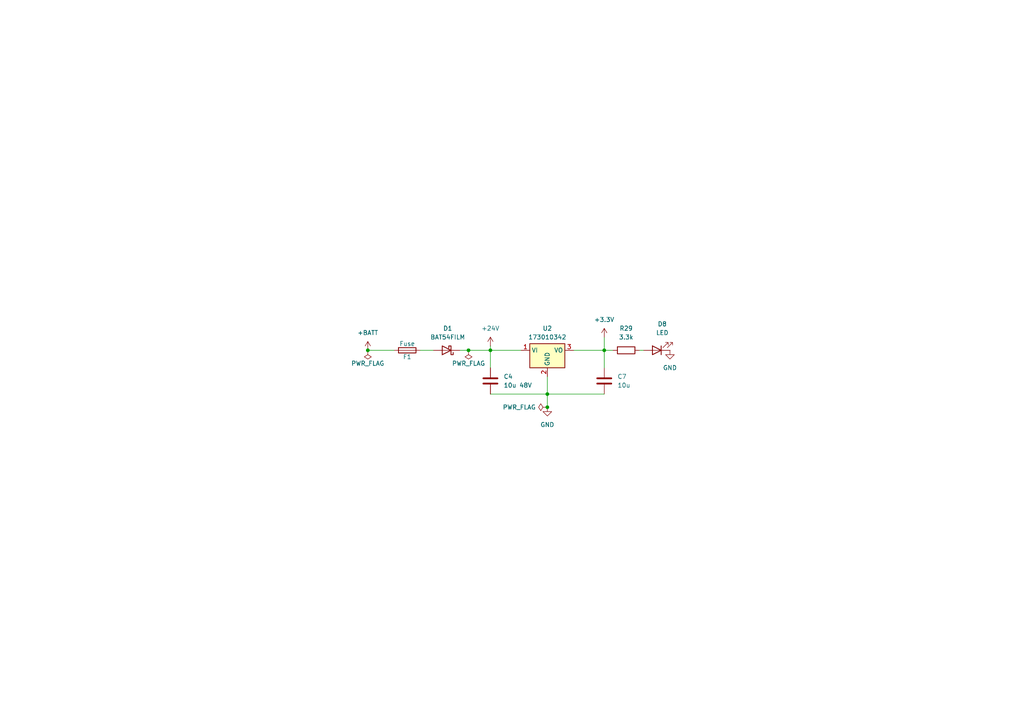
<source format=kicad_sch>
(kicad_sch (version 20231120) (generator "eeschema") (generator_version "8.0")
  (paper "A4")
  (lib_symbols
    (symbol "Device:C" (pin_numbers hide) (pin_names (offset 0.254))
      (property "Reference" "C" (at 0.635 2.54 0))
      (property "Value" "C" (at 0.635 -2.54 0))
      (symbol "C_0_1"
        (polyline (pts (xy -2.032 -0.762) (xy 2.032 -0.762)) (stroke (width 0.508)))
        (polyline (pts (xy -2.032 0.762) (xy 2.032 0.762)) (stroke (width 0.508)))
      )
      (symbol "C_1_1"
        (pin passive line (at 0 3.81 270) (length 2.794) (name "~") (number "1"))
        (pin passive line (at 0 -3.81 90) (length 2.794) (name "~") (number "2"))
      )
    )
    (symbol "Device:D_Schottky" (pin_numbers hide) (pin_names (offset 1.016) hide)
      (property "Reference" "D1" (at -0.3175 -6.35 0))
      (property "Value" "BAT54FILM" (at -0.3175 -3.81 0))
      (symbol "D_Schottky_0_1"
        (polyline (pts (xy 1.27 0) (xy -1.27 0)))
        (polyline (pts (xy 1.27 1.27) (xy 1.27 -1.27) (xy -1.27 0) (xy 1.27 1.27)) (stroke (width 0.254)))
        (polyline (pts (xy -1.905 0.635) (xy -1.905 1.27) (xy -1.27 1.27) (xy -1.27 -1.27) (xy -0.635 -1.27) (xy -0.635 -0.635)) (stroke (width 0.254)))
      )
      (symbol "D_Schottky_1_1"
        (pin passive line (at 3.81 0 180) (length 2.54) (name "A") (number "1"))
        (pin passive line (at -3.81 0 0) (length 2.54) (name "K") (number "3"))
      )
    )
    (symbol "Device:Fuse" (pin_numbers hide) (pin_names (offset 0))
      (property "Reference" "F" (at 2.032 0 90))
      (property "Value" "Fuse" (at -1.905 0 90))
      (symbol "Fuse_0_1"
        (rectangle (start -0.762 -2.54) (end 0.762 2.54) (stroke (width 0.254)))
        (polyline (pts (xy 0 2.54) (xy 0 -2.54)))
      )
      (symbol "Fuse_1_1"
        (pin passive line (at 0 3.81 270) (length 1.27) (name "~") (number "1"))
        (pin passive line (at 0 -3.81 90) (length 1.27) (name "~") (number "2"))
      )
    )
    (symbol "Device:LED" (pin_numbers hide) (pin_names (offset 1.016) hide)
      (property "Reference" "D" (at 0 2.54 0))
      (property "Value" "LED" (at 0 -2.54 0))
      (symbol "LED_0_1"
        (polyline (pts (xy -1.27 -1.27) (xy -1.27 1.27)) (stroke (width 0.254)))
        (polyline (pts (xy -1.27 0) (xy 1.27 0)))
        (polyline (pts (xy 1.27 -1.27) (xy 1.27 1.27) (xy -1.27 0) (xy 1.27 -1.27)) (stroke (width 0.254)))
        (polyline (pts (xy -3.048 -0.762) (xy -4.572 -2.286) (xy -3.81 -2.286) (xy -4.572 -2.286) (xy -4.572 -1.524)))
        (polyline (pts (xy -1.778 -0.762) (xy -3.302 -2.286) (xy -2.54 -2.286) (xy -3.302 -2.286) (xy -3.302 -1.524)))
      )
      (symbol "LED_1_1"
        (pin passive line (at -3.81 0 0) (length 2.54) (name "K") (number "1"))
        (pin passive line (at 3.81 0 180) (length 2.54) (name "A") (number "2"))
      )
    )
    (symbol "Device:R" (pin_numbers hide) (pin_names (offset 0))
      (property "Reference" "R" (at 2.032 0 90))
      (property "Value" "R" (at 0 0 90))
      (symbol "R_0_1"
        (rectangle (start -1.016 -2.54) (end 1.016 2.54) (stroke (width 0.254)))
      )
      (symbol "R_1_1"
        (pin passive line (at 0 3.81 270) (length 1.27) (name "~") (number "1"))
        (pin passive line (at 0 -3.81 90) (length 1.27) (name "~") (number "2"))
      )
    )
    (symbol "Regulator_Linear:LD1117S12TR_SOT223"
      (property "Reference" "U2" (at 0 6.35 0))
      (property "Value" "173010342" (at 0 3.81 0))
      (symbol "LD1117S12TR_SOT223_0_1"
        (rectangle (start -5.08 -5.08) (end 5.08 1.905) (stroke (width 0.254)) (fill (type background)))
      )
      (symbol "LD1117S12TR_SOT223_1_1"
        (pin power_in line (at -7.62 0 0) (length 2.54) (name "VI") (number "1"))
        (pin power_in line (at 0 -7.62 90) (length 2.54) (name "GND") (number "2"))
        (pin power_out line (at 7.62 0 180) (length 2.54) (name "VO") (number "3"))
      )
    )
    (symbol "power:+24V" (power) (pin_numbers hide) (pin_names (offset 0) hide)
      (property "Value" "+24V" (at 0 3.556 0))
      (symbol "+24V_0_1"
        (polyline (pts (xy -0.762 1.27) (xy 0 2.54)))
        (polyline (pts (xy 0 0) (xy 0 2.54)))
        (polyline (pts (xy 0 2.54) (xy 0.762 1.27)))
      )
      (symbol "+24V_1_1"
        (pin power_in line (at 0 0 90) (length 0) (name "~") (number "1"))
      )
    )
    (symbol "power:+3.3V" (power) (pin_numbers hide) (pin_names (offset 0) hide)
      (property "Value" "+3.3V" (at 0 3.556 0))
      (symbol "+3.3V_0_1"
        (polyline (pts (xy -0.762 1.27) (xy 0 2.54)))
        (polyline (pts (xy 0 0) (xy 0 2.54)))
        (polyline (pts (xy 0 2.54) (xy 0.762 1.27)))
      )
      (symbol "+3.3V_1_1"
        (pin power_in line (at 0 0 90) (length 0) (name "~") (number "1"))
      )
    )
    (symbol "power:+BATT" (power) (pin_numbers hide) (pin_names (offset 0) hide)
      (property "Value" "+BATT" (at 0 3.556 0))
      (symbol "+BATT_0_1"
        (polyline (pts (xy -0.762 1.27) (xy 0 2.54)))
        (polyline (pts (xy 0 0) (xy 0 2.54)))
        (polyline (pts (xy 0 2.54) (xy 0.762 1.27)))
      )
      (symbol "+BATT_1_1"
        (pin power_in line (at 0 0 90) (length 0) (name "~") (number "1"))
      )
    )
    (symbol "power:GND" (power) (pin_numbers hide) (pin_names (offset 0) hide)
      (property "Value" "GND" (at 0 -3.81 0))
      (symbol "GND_0_1"
        (polyline (pts (xy 0 0) (xy 0 -1.27) (xy 1.27 -1.27) (xy 0 -2.54) (xy -1.27 -1.27) (xy 0 -1.27)))
      )
      (symbol "GND_1_1"
        (pin power_in line (at 0 0 270) (length 0) (name "~") (number "1"))
      )
    )
    (symbol "power:PWR_FLAG" (power) (pin_numbers hide) (pin_names (offset 0) hide)
      (property "Value" "PWR_FLAG" (at 0 3.81 0))
      (symbol "PWR_FLAG_0_0"
        (pin power_out line (at 0 0 90) (length 0) (name "~") (number "1"))
      )
      (symbol "PWR_FLAG_0_1"
        (polyline (pts (xy 0 0) (xy 0 1.27) (xy -1.016 1.905) (xy 0 2.54) (xy 1.016 1.905) (xy 0 1.27)))
      )
    )
  )
  (junction (at 175.26 101.6))
  (junction (at 106.68 101.6))
  (junction (at 142.24 101.6))
  (junction (at 135.89 101.6))
  (junction (at 158.75 114.3))
  (junction (at 158.75 118.11))
  (wire (pts (xy 175.26 97.79) (xy 175.26 101.6)))
  (wire (pts (xy 175.26 101.6) (xy 177.8 101.6)))
  (wire (pts (xy 185.42 101.6) (xy 186.69 101.6)))
  (wire (pts (xy 142.24 101.6) (xy 142.24 106.68)))
  (wire (pts (xy 142.24 101.6) (xy 151.13 101.6)))
  (wire (pts (xy 158.75 109.22) (xy 158.75 114.3)))
  (wire (pts (xy 106.68 101.6) (xy 114.3 101.6)))
  (wire (pts (xy 158.75 114.3) (xy 175.26 114.3)))
  (wire (pts (xy 133.35 101.6) (xy 135.89 101.6)))
  (wire (pts (xy 175.26 101.6) (xy 175.26 106.68)))
  (wire (pts (xy 142.24 100.33) (xy 142.24 101.6)))
  (wire (pts (xy 158.75 114.3) (xy 158.75 118.11)))
  (wire (pts (xy 142.24 114.3) (xy 158.75 114.3)))
  (wire (pts (xy 135.89 101.6) (xy 142.24 101.6)))
  (wire (pts (xy 121.92 101.6) (xy 125.73 101.6)))
  (wire (pts (xy 166.37 101.6) (xy 175.26 101.6)))
  (symbol (lib_id "power:+3.3V") (at 175.26 97.79 0) (unit 1)
    (property "Reference" "#PWR012" (effects (hide yes)))
    (property "Value" "+3.3V" (at 175.26 92.71 0))
    (property "Description" "Power symbol creates a global label with name \"+3.3V\"" (effects (hide yes)))
  )
  (symbol (lib_id "power:+24V") (at 142.24 100.33 0) (unit 1)
    (property "Reference" "#PWR04" (effects (hide yes)))
    (property "Value" "+24V" (at 142.24 95.25 0))
    (property "Description" "Power symbol creates a global label with name \"+24V\"" (effects (hide yes)))
  )
  (symbol (lib_id "power:PWR_FLAG") (at 135.89 101.6 180) (unit 1)
    (property "Reference" "#FLG02" (effects (hide yes)))
    (property "Value" "PWR_FLAG" (at 131.064 105.41 0) (effects (justify right)))
    (property "Description" "Special symbol for telling ERC where power comes from" (effects (hide yes)))
  )
  (symbol (lib_id "Device:C") (at 142.24 110.49 0) (unit 1)
    (property "Reference" "C4" (at 146.05 109.2199 0) (effects (justify left)))
    (property "Value" "10u 48V" (at 146.05 111.7599 0) (effects (justify left)))
    (property "Footprint" "Capacitor_SMD:C_0805_2012Metric_Pad1.18x1.45mm_HandSolder" (effects (hide yes)))
    (property "Description" "Unpolarized capacitor" (effects (hide yes)))
  )
  (symbol (lib_id "power:GND") (at 158.75 118.11 0) (unit 1)
    (property "Reference" "#PWR025" (effects (hide yes)))
    (property "Value" "GND" (at 158.75 123.19 0))
    (property "Description" "Power symbol creates a global label with name \"GND\" , ground" (effects (hide yes)))
  )
  (symbol (lib_id "Device:LED") (at 190.5 101.6 180) (unit 1)
    (property "Reference" "D8" (at 192.0875 93.98 0))
    (property "Value" "LED" (at 192.0875 96.52 0))
    (property "Footprint" "LED_SMD:LED_0603_1608Metric_Pad1.05x0.95mm_HandSolder" (effects (hide yes)))
    (property "Description" "Light emitting diode" (effects (hide yes)))
  )
  (symbol (lib_id "power:PWR_FLAG") (at 158.75 118.11 90) (unit 1)
    (property "Reference" "#FLG03" (effects (hide yes)))
    (property "Value" "PWR_FLAG" (at 155.448 118.11 90) (effects (justify left)))
    (property "Description" "Special symbol for telling ERC where power comes from" (effects (hide yes)))
  )
  (symbol (lib_id "Regulator_Linear:LD1117S12TR_SOT223") (at 158.75 101.6 0) (unit 1)
    (property "Reference" "U2" (at 158.75 95.25 0))
    (property "Value" "173010342" (at 158.75 97.79 0))
    (property "Footprint" "Converter_DCDC:Converter_DCDC_TRACO_TSR-1_THT" (effects (hide yes)))
    (property "Datasheet" "https://www.we-online.com/components/products/datasheet/173010342.pdf" (effects (hide yes)))
    (property "Description" "800mA Fixed Low Drop Positive Voltage Regulator, Fixed Output 1.2V, SOT-223" (effects (hide yes)))
  )
  (symbol (lib_id "Device:R") (at 181.61 101.6 90) (unit 1)
    (property "Reference" "R29" (at 181.61 95.25 90))
    (property "Value" "3.3k" (at 181.61 97.79 90))
    (property "Footprint" "Resistor_SMD:R_0603_1608Metric_Pad0.98x0.95mm_HandSolder" (effects (hide yes)))
    (property "Description" "Resistor" (effects (hide yes)))
  )
  (symbol (lib_id "Device:Fuse") (at 118.11 101.6 90) (unit 1)
    (property "Reference" "F1" (at 118.11 103.505 90))
    (property "Value" "Fuse" (at 118.11 99.695 90))
    (property "Footprint" "Fuse:Fuse_0603_1608Metric_Pad1.05x0.95mm_HandSolder" (effects (hide yes)))
  )
  (symbol (lib_id "power:PWR_FLAG") (at 106.68 101.6 180) (unit 1)
    (property "Reference" "#FLG01" (effects (hide yes)))
    (property "Value" "PWR_FLAG" (at 101.854 105.41 0) (effects (justify right)))
    (property "Description" "Special symbol for telling ERC where power comes from" (effects (hide yes)))
  )
  (symbol (lib_id "Device:C") (at 175.26 110.49 0) (unit 1)
    (property "Reference" "C7" (at 179.07 109.2199 0) (effects (justify left)))
    (property "Value" "10u" (at 179.07 111.7599 0) (effects (justify left)))
    (property "Footprint" "Capacitor_SMD:C_0805_2012Metric_Pad1.18x1.45mm_HandSolder" (effects (hide yes)))
    (property "Description" "Unpolarized capacitor" (effects (hide yes)))
  )
  (symbol (lib_id "power:GND") (at 194.31 101.6 0) (unit 1)
    (property "Reference" "#PWR027" (effects (hide yes)))
    (property "Value" "GND" (at 194.31 106.68 0))
    (property "Description" "Power symbol creates a global label with name \"GND\" , ground" (effects (hide yes)))
  )
  (symbol (lib_id "Device:D_Schottky") (at 129.54 101.6 180) (unit 1)
    (property "Reference" "D1" (at 129.8575 95.25 0))
    (property "Value" "BAT54FILM" (at 129.8575 97.79 0))
    (property "Footprint" "Package_TO_SOT_SMD:SOT-23" (effects (hide yes)))
    (property "Description" "Schottky diode" (effects (hide yes)))
  )
  (symbol (lib_id "power:+BATT") (at 106.68 101.6 0) (unit 1)
    (property "Reference" "#PWR03" (effects (hide yes)))
    (property "Value" "+BATT" (at 106.68 96.52 0))
    (property "Description" "Power symbol creates a global label with name \"+BATT\"" (effects (hide yes)))
  )
)
</source>
